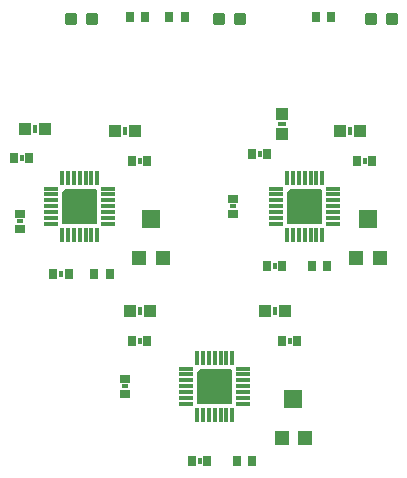
<source format=gtp>
G75*
%MOIN*%
%OFA0B0*%
%FSLAX24Y24*%
%IPPOS*%
%LPD*%
%AMOC8*
5,1,8,0,0,1.08239X$1,22.5*
%
%ADD10R,0.0453X0.0118*%
%ADD11R,0.0118X0.0453*%
%ADD12C,0.0059*%
%ADD13R,0.0472X0.0472*%
%ADD14R,0.0630X0.0591*%
%ADD15R,0.0394X0.0433*%
%ADD16R,0.0157X0.0315*%
%ADD17R,0.0276X0.0354*%
%ADD18R,0.0157X0.0236*%
%ADD19R,0.0354X0.0276*%
%ADD20R,0.0236X0.0157*%
%ADD21R,0.0433X0.0394*%
%ADD22R,0.0315X0.0157*%
%ADD23C,0.0118*%
D10*
X010815Y006409D03*
X010815Y006606D03*
X010815Y006803D03*
X010815Y007000D03*
X010815Y007197D03*
X010815Y007394D03*
X010815Y007591D03*
X012705Y007591D03*
X012705Y007394D03*
X012705Y007197D03*
X012705Y007000D03*
X012705Y006803D03*
X012705Y006606D03*
X012705Y006409D03*
X013815Y012409D03*
X013815Y012606D03*
X013815Y012803D03*
X013815Y013000D03*
X013815Y013197D03*
X013815Y013394D03*
X013815Y013591D03*
X015705Y013591D03*
X015705Y013394D03*
X015705Y013197D03*
X015705Y013000D03*
X015705Y012803D03*
X015705Y012606D03*
X015705Y012409D03*
X008205Y012409D03*
X008205Y012606D03*
X008205Y012803D03*
X008205Y013000D03*
X008205Y013197D03*
X008205Y013394D03*
X008205Y013591D03*
X006315Y013591D03*
X006315Y013394D03*
X006315Y013197D03*
X006315Y013000D03*
X006315Y012803D03*
X006315Y012606D03*
X006315Y012409D03*
D11*
X006670Y012055D03*
X006867Y012055D03*
X007064Y012055D03*
X007260Y012055D03*
X007457Y012055D03*
X007654Y012055D03*
X007851Y012055D03*
X007851Y013945D03*
X007654Y013945D03*
X007457Y013945D03*
X007260Y013945D03*
X007064Y013945D03*
X006867Y013945D03*
X006670Y013945D03*
X011170Y007945D03*
X011367Y007945D03*
X011564Y007945D03*
X011760Y007945D03*
X011957Y007945D03*
X012154Y007945D03*
X012351Y007945D03*
X012351Y006055D03*
X012154Y006055D03*
X011957Y006055D03*
X011760Y006055D03*
X011564Y006055D03*
X011367Y006055D03*
X011170Y006055D03*
X014170Y012055D03*
X014367Y012055D03*
X014564Y012055D03*
X014760Y012055D03*
X014957Y012055D03*
X015154Y012055D03*
X015351Y012055D03*
X015351Y013945D03*
X015154Y013945D03*
X014957Y013945D03*
X014760Y013945D03*
X014564Y013945D03*
X014367Y013945D03*
X014170Y013945D03*
D12*
X014288Y013551D02*
X015312Y013551D01*
X015312Y012449D01*
X014209Y012449D01*
X014209Y013472D01*
X014236Y013484D01*
X014258Y013502D01*
X014276Y013525D01*
X014288Y013551D01*
X014285Y013545D02*
X015312Y013545D01*
X015312Y013488D02*
X014240Y013488D01*
X014209Y013430D02*
X015312Y013430D01*
X015312Y013373D02*
X014209Y013373D01*
X014209Y013315D02*
X015312Y013315D01*
X015312Y013258D02*
X014209Y013258D01*
X014209Y013200D02*
X015312Y013200D01*
X015312Y013142D02*
X014209Y013142D01*
X014209Y013085D02*
X015312Y013085D01*
X015312Y013027D02*
X014209Y013027D01*
X014209Y012970D02*
X015312Y012970D01*
X015312Y012912D02*
X014209Y012912D01*
X014209Y012855D02*
X015312Y012855D01*
X015312Y012797D02*
X014209Y012797D01*
X014209Y012740D02*
X015312Y012740D01*
X015312Y012682D02*
X014209Y012682D01*
X014209Y012624D02*
X015312Y012624D01*
X015312Y012567D02*
X014209Y012567D01*
X014209Y012509D02*
X015312Y012509D01*
X015312Y012452D02*
X014209Y012452D01*
X012312Y007551D02*
X011288Y007551D01*
X011276Y007525D01*
X011258Y007502D01*
X011236Y007484D01*
X011209Y007472D01*
X011209Y006449D01*
X012312Y006449D01*
X012312Y007551D01*
X012312Y007502D02*
X011258Y007502D01*
X011209Y007444D02*
X012312Y007444D01*
X012312Y007387D02*
X011209Y007387D01*
X011209Y007329D02*
X012312Y007329D01*
X012312Y007272D02*
X011209Y007272D01*
X011209Y007214D02*
X012312Y007214D01*
X012312Y007157D02*
X011209Y007157D01*
X011209Y007099D02*
X012312Y007099D01*
X012312Y007042D02*
X011209Y007042D01*
X011209Y006984D02*
X012312Y006984D01*
X012312Y006926D02*
X011209Y006926D01*
X011209Y006869D02*
X012312Y006869D01*
X012312Y006811D02*
X011209Y006811D01*
X011209Y006754D02*
X012312Y006754D01*
X012312Y006696D02*
X011209Y006696D01*
X011209Y006639D02*
X012312Y006639D01*
X012312Y006581D02*
X011209Y006581D01*
X011209Y006524D02*
X012312Y006524D01*
X012312Y006466D02*
X011209Y006466D01*
X007812Y012449D02*
X006709Y012449D01*
X006709Y013472D01*
X006736Y013484D01*
X006758Y013502D01*
X006776Y013525D01*
X006788Y013551D01*
X007812Y013551D01*
X007812Y012449D01*
X007812Y012452D02*
X006709Y012452D01*
X006709Y012509D02*
X007812Y012509D01*
X007812Y012567D02*
X006709Y012567D01*
X006709Y012624D02*
X007812Y012624D01*
X007812Y012682D02*
X006709Y012682D01*
X006709Y012740D02*
X007812Y012740D01*
X007812Y012797D02*
X006709Y012797D01*
X006709Y012855D02*
X007812Y012855D01*
X007812Y012912D02*
X006709Y012912D01*
X006709Y012970D02*
X007812Y012970D01*
X007812Y013027D02*
X006709Y013027D01*
X006709Y013085D02*
X007812Y013085D01*
X007812Y013142D02*
X006709Y013142D01*
X006709Y013200D02*
X007812Y013200D01*
X007812Y013258D02*
X006709Y013258D01*
X006709Y013315D02*
X007812Y013315D01*
X007812Y013373D02*
X006709Y013373D01*
X006709Y013430D02*
X007812Y013430D01*
X007812Y013488D02*
X006740Y013488D01*
X006785Y013545D02*
X007812Y013545D01*
D13*
X009242Y011291D03*
X010029Y011291D03*
X013992Y005291D03*
X014779Y005291D03*
X016476Y011291D03*
X017263Y011291D03*
D14*
X016870Y012571D03*
X014385Y006571D03*
X009635Y012571D03*
D15*
X009095Y015500D03*
X008426Y015500D03*
X006095Y015563D03*
X005426Y015563D03*
X008926Y009500D03*
X009595Y009500D03*
X013426Y009500D03*
X014095Y009500D03*
X015926Y015500D03*
X016595Y015500D03*
D16*
X016260Y015500D03*
X013760Y009500D03*
X009260Y009500D03*
X008760Y015500D03*
X005760Y015563D03*
D17*
X005579Y014625D03*
X005067Y014625D03*
X006379Y010750D03*
X006891Y010750D03*
X007754Y010750D03*
X008266Y010750D03*
X009004Y008500D03*
X009516Y008500D03*
X011004Y004500D03*
X011516Y004500D03*
X012504Y004500D03*
X013016Y004500D03*
X014004Y008500D03*
X014516Y008500D03*
X015004Y011000D03*
X015516Y011000D03*
X014016Y011000D03*
X013504Y011000D03*
X016504Y014500D03*
X017016Y014500D03*
X013516Y014750D03*
X013004Y014750D03*
X009516Y014500D03*
X009004Y014500D03*
X008942Y019313D03*
X009454Y019313D03*
X010254Y019313D03*
X010766Y019313D03*
X015129Y019313D03*
X015641Y019313D03*
D18*
X013260Y014750D03*
X016760Y014500D03*
X013760Y011000D03*
X014260Y008500D03*
X011260Y004500D03*
X009260Y008500D03*
X006635Y010750D03*
X005323Y014625D03*
X009260Y014500D03*
D19*
X008760Y006744D03*
X008760Y007256D03*
X005260Y012244D03*
X005260Y012756D03*
X012385Y012744D03*
X012385Y013256D03*
D20*
X012385Y013000D03*
X008760Y007000D03*
X005260Y012500D03*
D21*
X014010Y015415D03*
X014010Y016085D03*
D22*
X014010Y015750D03*
D23*
X012468Y019112D02*
X012468Y019388D01*
X012744Y019388D01*
X012744Y019112D01*
X012468Y019112D01*
X012468Y019229D02*
X012744Y019229D01*
X012744Y019346D02*
X012468Y019346D01*
X011777Y019388D02*
X011777Y019112D01*
X011777Y019388D02*
X012053Y019388D01*
X012053Y019112D01*
X011777Y019112D01*
X011777Y019229D02*
X012053Y019229D01*
X012053Y019346D02*
X011777Y019346D01*
X007806Y019388D02*
X007806Y019112D01*
X007530Y019112D01*
X007530Y019388D01*
X007806Y019388D01*
X007806Y019229D02*
X007530Y019229D01*
X007530Y019346D02*
X007806Y019346D01*
X007116Y019388D02*
X007116Y019112D01*
X006840Y019112D01*
X006840Y019388D01*
X007116Y019388D01*
X007116Y019229D02*
X006840Y019229D01*
X006840Y019346D02*
X007116Y019346D01*
X016840Y019388D02*
X016840Y019112D01*
X016840Y019388D02*
X017116Y019388D01*
X017116Y019112D01*
X016840Y019112D01*
X016840Y019229D02*
X017116Y019229D01*
X017116Y019346D02*
X016840Y019346D01*
X017530Y019388D02*
X017530Y019112D01*
X017530Y019388D02*
X017806Y019388D01*
X017806Y019112D01*
X017530Y019112D01*
X017530Y019229D02*
X017806Y019229D01*
X017806Y019346D02*
X017530Y019346D01*
M02*

</source>
